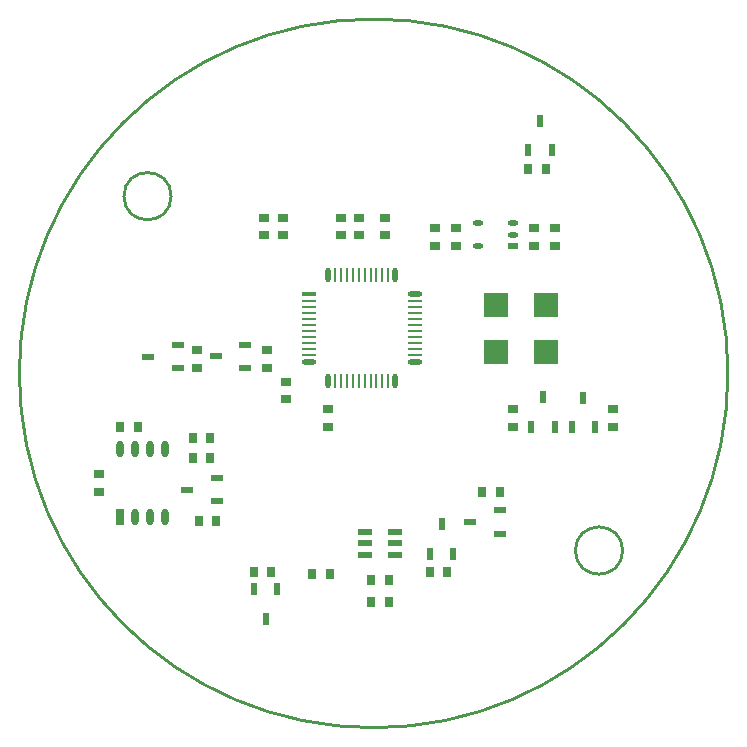
<source format=gtp>
%FSLAX25Y25*%
%MOIN*%
G70*
G01*
G75*
G04 Layer_Color=8421504*
%ADD10R,0.03937X0.02362*%
%ADD11R,0.03347X0.02756*%
%ADD12R,0.02362X0.03937*%
%ADD13R,0.07874X0.07874*%
%ADD14R,0.02756X0.03347*%
%ADD15O,0.02500X0.05500*%
%ADD16R,0.02500X0.05500*%
%ADD17O,0.03543X0.01969*%
%ADD18R,0.03543X0.01969*%
%ADD19O,0.03543X0.01969*%
%ADD20R,0.04724X0.01969*%
%ADD21O,0.00984X0.04724*%
%ADD22O,0.04724X0.00984*%
%ADD23O,0.04724X0.01772*%
%ADD24O,0.01772X0.04724*%
%ADD25R,0.04724X0.01772*%
%ADD26C,0.06000*%
%ADD27C,0.01000*%
%ADD28C,0.00800*%
%ADD29C,0.05000*%
%ADD30C,0.03000*%
%ADD31C,0.01500*%
%ADD32C,0.02000*%
%ADD33C,0.01200*%
%ADD34C,0.05906*%
%ADD35R,0.05906X0.05906*%
%ADD36P,0.08352X4X200.0*%
%ADD37C,0.06000*%
G04:AMPARAMS|DCode=38|XSize=78.74mil|YSize=118.11mil|CornerRadius=0mil|HoleSize=0mil|Usage=FLASHONLY|Rotation=45.000|XOffset=0mil|YOffset=0mil|HoleType=Round|Shape=Rectangle|*
%AMROTATEDRECTD38*
4,1,4,0.01392,-0.06960,-0.06960,0.01392,-0.01392,0.06960,0.06960,-0.01392,0.01392,-0.06960,0.0*
%
%ADD38ROTATEDRECTD38*%

G04:AMPARAMS|DCode=39|XSize=78.74mil|YSize=118.11mil|CornerRadius=0mil|HoleSize=0mil|Usage=FLASHONLY|Rotation=45.000|XOffset=0mil|YOffset=0mil|HoleType=Round|Shape=Round|*
%AMOVALD39*
21,1,0.03937,0.07874,0.00000,0.00000,135.0*
1,1,0.07874,0.01392,-0.01392*
1,1,0.07874,-0.01392,0.01392*
%
%ADD39OVALD39*%

%ADD40R,0.05906X0.05906*%
%ADD41P,0.08352X4X180.0*%
%ADD42C,0.05000*%
%ADD43C,0.02000*%
%ADD44C,0.04000*%
%ADD45C,0.03000*%
%ADD46C,0.02362*%
%ADD47C,0.00984*%
%ADD48C,0.00787*%
%ADD49C,0.00500*%
D10*
X-65332Y1635D02*
D03*
X-75174Y5572D02*
D03*
X-65332Y9509D02*
D03*
X-42731Y1735D02*
D03*
X-52574Y5672D02*
D03*
X-42731Y9609D02*
D03*
X42100Y-53400D02*
D03*
X32258Y-49463D02*
D03*
X42100Y-45526D02*
D03*
X-52300Y-42700D02*
D03*
X-62142Y-38763D02*
D03*
X-52300Y-34826D02*
D03*
D11*
X46600Y-12000D02*
D03*
Y-17906D02*
D03*
X-35531Y7635D02*
D03*
Y1729D02*
D03*
X-5035Y51900D02*
D03*
Y45994D02*
D03*
X-10935Y46000D02*
D03*
Y51906D02*
D03*
X-91600Y-33700D02*
D03*
Y-39606D02*
D03*
X-29300Y-8705D02*
D03*
Y-2800D02*
D03*
X3853Y51906D02*
D03*
Y46000D02*
D03*
X-36565Y51937D02*
D03*
Y46031D02*
D03*
X-30100Y46000D02*
D03*
Y51906D02*
D03*
X20500Y42494D02*
D03*
Y48400D02*
D03*
X27300Y48406D02*
D03*
Y42500D02*
D03*
X53400Y42494D02*
D03*
Y48400D02*
D03*
X60300Y48505D02*
D03*
Y42600D02*
D03*
X79700Y-17900D02*
D03*
Y-11994D02*
D03*
X-15200Y-17906D02*
D03*
Y-12000D02*
D03*
X-58732Y7635D02*
D03*
Y1729D02*
D03*
D12*
X52600Y-17868D02*
D03*
X56537Y-8026D02*
D03*
X60474Y-17868D02*
D03*
X66000Y-18000D02*
D03*
X69937Y-8157D02*
D03*
X73874Y-18000D02*
D03*
X-32100Y-71900D02*
D03*
X-36037Y-81743D02*
D03*
X-39974Y-71900D02*
D03*
X18700Y-60200D02*
D03*
X22637Y-50358D02*
D03*
X26574Y-60200D02*
D03*
X51500Y74300D02*
D03*
X55437Y84143D02*
D03*
X59374Y74300D02*
D03*
D13*
X57600Y22748D02*
D03*
Y7000D02*
D03*
X40800Y7095D02*
D03*
Y22842D02*
D03*
D14*
X5006Y-69000D02*
D03*
X-900D02*
D03*
X-800Y-76100D02*
D03*
X5105D02*
D03*
X42100Y-39700D02*
D03*
X36195D02*
D03*
X-78594Y-17800D02*
D03*
X-84500D02*
D03*
X-60300Y-21700D02*
D03*
X-54395D02*
D03*
X-60300Y-28300D02*
D03*
X-54395D02*
D03*
X57400Y68100D02*
D03*
X51494D02*
D03*
X18700Y-66100D02*
D03*
X24606D02*
D03*
X-14500Y-66900D02*
D03*
X-20405D02*
D03*
X-34100Y-66100D02*
D03*
X-40005D02*
D03*
X-52400Y-49200D02*
D03*
X-58306D02*
D03*
D15*
X-74400Y-25262D02*
D03*
X-84400D02*
D03*
X-69400D02*
D03*
X-74400Y-47900D02*
D03*
X-69400D02*
D03*
X-79400Y-25262D02*
D03*
Y-47900D02*
D03*
D16*
X-84400D02*
D03*
D17*
X34789Y49980D02*
D03*
X46600Y46240D02*
D03*
Y49980D02*
D03*
D18*
Y42500D02*
D03*
D19*
X34789D02*
D03*
D20*
X7218Y-56700D02*
D03*
X7218Y-52763D02*
D03*
Y-60637D02*
D03*
X-3018D02*
D03*
Y-56700D02*
D03*
Y-52763D02*
D03*
D21*
X-8905Y-2575D02*
D03*
X-1031D02*
D03*
X-6936D02*
D03*
X-2999D02*
D03*
X-4968D02*
D03*
X2906D02*
D03*
X-2999Y32858D02*
D03*
X4875D02*
D03*
X-10873Y-2575D02*
D03*
X938D02*
D03*
X2906Y32858D02*
D03*
X938D02*
D03*
X-1031D02*
D03*
X-4968D02*
D03*
X-6936D02*
D03*
X-8905D02*
D03*
X-10873D02*
D03*
X-12842D02*
D03*
Y-2575D02*
D03*
X4875D02*
D03*
D22*
X-21700Y8252D02*
D03*
Y18094D02*
D03*
Y12189D02*
D03*
Y6283D02*
D03*
Y16126D02*
D03*
Y22031D02*
D03*
X13733Y14157D02*
D03*
Y10221D02*
D03*
Y8252D02*
D03*
X-21700Y24000D02*
D03*
X13733D02*
D03*
X-21700Y14157D02*
D03*
Y20063D02*
D03*
X13733Y6283D02*
D03*
Y16126D02*
D03*
Y20063D02*
D03*
Y18094D02*
D03*
Y12189D02*
D03*
X13733Y22031D02*
D03*
X-21700Y10221D02*
D03*
D23*
Y3921D02*
D03*
X13733D02*
D03*
Y26362D02*
D03*
D24*
X-15204Y-2575D02*
D03*
X7237Y32858D02*
D03*
X-15204D02*
D03*
X7237Y-2575D02*
D03*
D25*
X-21700Y26362D02*
D03*
D27*
X118110Y0D02*
G03*
X118110Y0I-118110J0D01*
G01*
X-67500Y59055D02*
G03*
X-67500Y59055I-7874J0D01*
G01*
X83000Y-59055D02*
G03*
X83000Y-59055I-7874J0D01*
G01*
M02*

</source>
